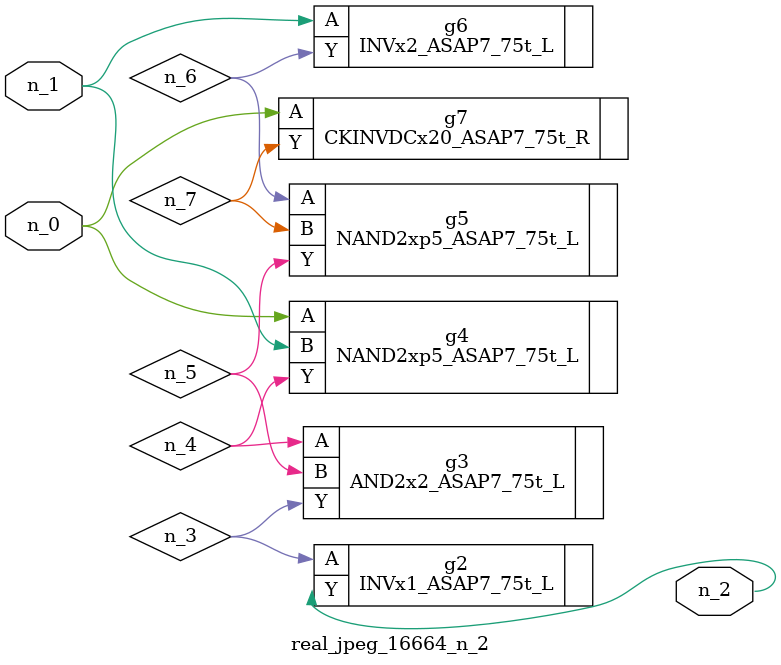
<source format=v>
module real_jpeg_16664_n_2 (n_1, n_0, n_2);

input n_1;
input n_0;

output n_2;

wire n_5;
wire n_4;
wire n_6;
wire n_7;
wire n_3;

NAND2xp5_ASAP7_75t_L g4 ( 
.A(n_0),
.B(n_1),
.Y(n_4)
);

CKINVDCx20_ASAP7_75t_R g7 ( 
.A(n_0),
.Y(n_7)
);

INVx2_ASAP7_75t_L g6 ( 
.A(n_1),
.Y(n_6)
);

INVx1_ASAP7_75t_L g2 ( 
.A(n_3),
.Y(n_2)
);

AND2x2_ASAP7_75t_L g3 ( 
.A(n_4),
.B(n_5),
.Y(n_3)
);

NAND2xp5_ASAP7_75t_L g5 ( 
.A(n_6),
.B(n_7),
.Y(n_5)
);


endmodule
</source>
